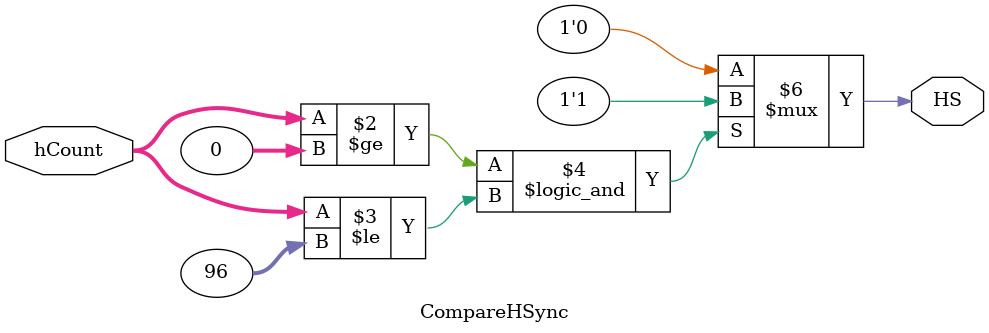
<source format=v>
`timescale 1ns / 1ps


module CompareHSync(
    input [31:0] hCount,
    output reg HS
    );
    
    always@(hCount)
    begin    
        if(hCount>=0&&hCount<=96) begin
            HS<=1;
        end
        else begin
            HS<=0;
        end
        
    end
endmodule

</source>
